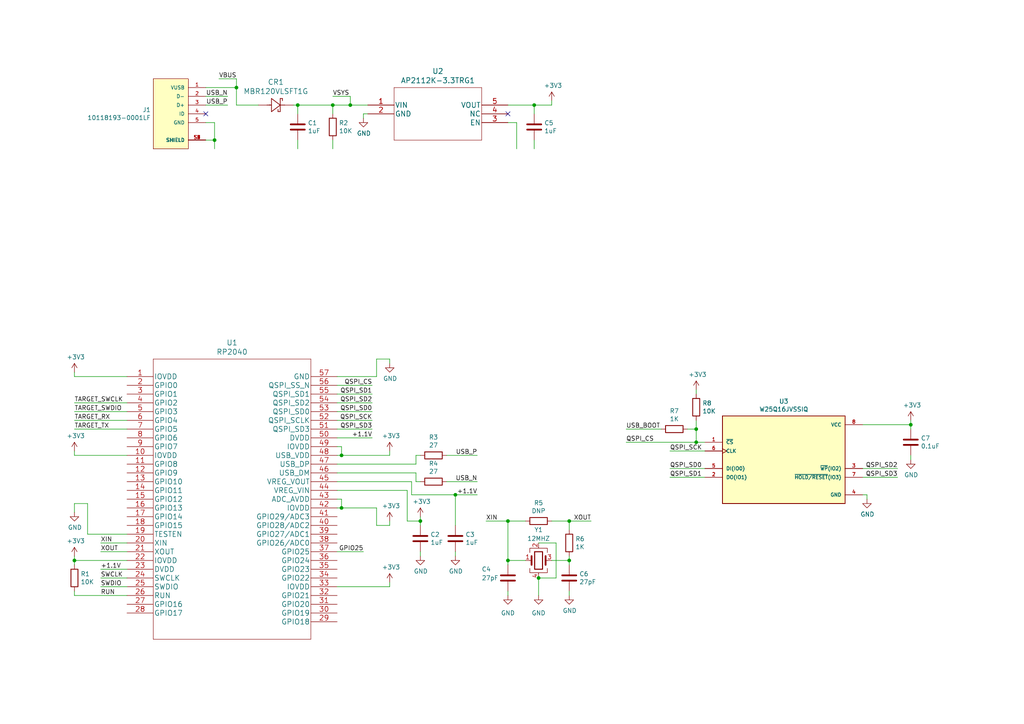
<source format=kicad_sch>
(kicad_sch (version 20230121) (generator eeschema)
  (paper "A4")
  (lib_symbols
    (symbol "Device:C" (pin_numbers hide) (pin_names (offset 0.254))
      (property "Reference" "C" (at 0.635 2.54 0))
      (property "Value" "C" (at 0.635 -2.54 0))
      (symbol "C_0_1"
        (polyline (pts (xy -2.032 -0.762) (xy 2.032 -0.762)) (stroke (width 0.508)))
        (polyline (pts (xy -2.032 0.762) (xy 2.032 0.762)) (stroke (width 0.508)))
      )
      (symbol "C_1_1"
        (pin passive line (at 0 3.81 270) (length 2.794) (name "~") (number "1"))
        (pin passive line (at 0 -3.81 90) (length 2.794) (name "~") (number "2"))
      )
    )
    (symbol "Device:Crystal_GND24" (pin_names (offset 1.016) hide)
      (property "Reference" "Y" (at 3.175 5.08 0))
      (property "Value" "Crystal_GND24" (at 3.175 3.175 0))
      (symbol "Crystal_GND24_0_1"
        (rectangle (start -1.143 2.54) (end 1.143 -2.54) (stroke (width 0.3048)))
        (polyline (pts (xy -2.54 0) (xy -2.032 0)))
        (polyline (pts (xy -2.032 -1.27) (xy -2.032 1.27)) (stroke (width 0.508)))
        (polyline (pts (xy 0 -3.81) (xy 0 -3.556)))
        (polyline (pts (xy 0 3.556) (xy 0 3.81)))
        (polyline (pts (xy 2.032 -1.27) (xy 2.032 1.27)) (stroke (width 0.508)))
        (polyline (pts (xy 2.032 0) (xy 2.54 0)))
        (polyline (pts (xy -2.54 -2.286) (xy -2.54 -3.556) (xy 2.54 -3.556) (xy 2.54 -2.286)))
        (polyline (pts (xy -2.54 2.286) (xy -2.54 3.556) (xy 2.54 3.556) (xy 2.54 2.286)))
      )
      (symbol "Crystal_GND24_1_1"
        (pin passive line (at -3.81 0 0) (length 1.27) (name "1") (number "1"))
        (pin passive line (at 0 5.08 270) (length 1.27) (name "2") (number "2"))
        (pin passive line (at 3.81 0 180) (length 1.27) (name "3") (number "3"))
        (pin passive line (at 0 -5.08 90) (length 1.27) (name "4") (number "4"))
      )
    )
    (symbol "Device:R" (pin_numbers hide) (pin_names (offset 0))
      (property "Reference" "R" (at 2.032 0 90))
      (property "Value" "R" (at 0 0 90))
      (symbol "R_0_1"
        (rectangle (start -1.016 -2.54) (end 1.016 2.54) (stroke (width 0.254)))
      )
      (symbol "R_1_1"
        (pin passive line (at 0 3.81 270) (length 1.27) (name "~") (number "1"))
        (pin passive line (at 0 -3.81 90) (length 1.27) (name "~") (number "2"))
      )
    )
    (symbol "power:GND" (power) (pin_names (offset 0))
      (property "Value" "GND" (at 0 -3.81 0))
      (symbol "GND_0_1"
        (polyline (pts (xy 0 0) (xy 0 -1.27) (xy 1.27 -1.27) (xy 0 -2.54) (xy -1.27 -1.27) (xy 0 -1.27)))
      )
      (symbol "GND_1_1"
        (pin power_in line (at 0 0 270) (length 0) hide (name "GND") (number "1"))
      )
    )
    (symbol "rpi-pico-debugger-shoe-rescue:+3.3V-power" (power) (pin_names (offset 0))
      (property "Value" "+3.3V-power" (at 0 3.556 0))
      (symbol "+3.3V-power_0_1"
        (polyline (pts (xy -0.762 1.27) (xy 0 2.54)))
        (polyline (pts (xy 0 0) (xy 0 2.54)))
        (polyline (pts (xy 0 2.54) (xy 0.762 1.27)))
      )
      (symbol "+3.3V-power_1_1"
        (pin power_in line (at 0 0 90) (length 0) hide (name "+3V3") (number "1"))
      )
    )
    (symbol "rpi-pico-debugger-shoe-rescue:10118193-0001LF-10118193-0001LF" (pin_names (offset 1.016))
      (property "Reference" "J" (at -5.08 10.922 0))
      (property "Value" "10118193-0001LF_10118193-0001LF" (at -5.08 -12.7 0))
      (symbol "10118193-0001LF-10118193-0001LF_0_0"
        (rectangle (start -5.08 -10.16) (end 5.08 10.16) (stroke (width 0.1524)) (fill (type background)))
        (pin passive line (at -10.16 7.62 0) (length 5.08) (name "VUSB") (number "1"))
        (pin passive line (at -10.16 5.08 0) (length 5.08) (name "D-") (number "2"))
        (pin passive line (at -10.16 2.54 0) (length 5.08) (name "D+") (number "3"))
        (pin passive line (at -10.16 0 0) (length 5.08) (name "ID") (number "4"))
        (pin passive line (at -10.16 -2.54 0) (length 5.08) (name "GND") (number "5"))
        (pin passive line (at -10.16 -7.62 0) (length 5.08) (name "SHIELD") (number "S1"))
        (pin passive line (at -10.16 -7.62 0) (length 5.08) (name "SHIELD") (number "S2"))
        (pin passive line (at -10.16 -7.62 0) (length 5.08) (name "SHIELD") (number "S3"))
        (pin passive line (at -10.16 -7.62 0) (length 5.08) (name "SHIELD") (number "S4"))
        (pin passive line (at -10.16 -7.62 0) (length 5.08) (name "SHIELD") (number "S5"))
        (pin passive line (at -10.16 -7.62 0) (length 5.08) (name "SHIELD") (number "S6"))
      )
    )
    (symbol "rpi-pico-debugger-shoe-rescue:AP2112K-3.3TRG1-2021-05-12_00-19-53" (pin_names (offset 0.254))
      (property "Reference" "U" (at 20.32 10.16 0))
      (property "Value" "2021-05-12_00-19-53_AP2112K-3.3TRG1" (at 20.32 7.62 0))
      (symbol "AP2112K-3.3TRG1-2021-05-12_00-19-53_1_1"
        (polyline (pts (xy 7.62 -10.16) (xy 33.02 -10.16)) (stroke (width 0.127)))
        (polyline (pts (xy 7.62 5.08) (xy 7.62 -10.16)) (stroke (width 0.127)))
        (polyline (pts (xy 33.02 -10.16) (xy 33.02 5.08)) (stroke (width 0.127)))
        (polyline (pts (xy 33.02 5.08) (xy 7.62 5.08)) (stroke (width 0.127)))
        (pin unspecified line (at 0 0 0) (length 7.62) (name "VIN") (number "1"))
        (pin unspecified line (at 0 -2.54 0) (length 7.62) (name "GND") (number "2"))
        (pin unspecified line (at 40.64 -5.08 180) (length 7.62) (name "EN") (number "3"))
        (pin unspecified line (at 40.64 -2.54 180) (length 7.62) (name "NC") (number "4"))
        (pin unspecified line (at 40.64 0 180) (length 7.62) (name "VOUT") (number "5"))
      )
    )
    (symbol "rpi-pico-debugger-shoe-rescue:MBR120VLSFT1G-2021-05-12_00-49-18" (pin_numbers hide) (pin_names hide)
      (property "Reference" "CR" (at 5.08 4.445 0))
      (property "Value" "2021-05-12_00-49-18_MBR120VLSFT1G" (at 5.08 -7.62 0))
      (symbol "MBR120VLSFT1G-2021-05-12_00-49-18_1_1"
        (polyline (pts (xy 2.54 0) (xy 3.4798 0)) (stroke (width 0.2032)))
        (polyline (pts (xy 3.175 0) (xy 3.81 0)) (stroke (width 0.2032)))
        (polyline (pts (xy 3.81 -1.905) (xy 6.35 0)) (stroke (width 0.2032)))
        (polyline (pts (xy 3.81 1.905) (xy 3.81 -1.905)) (stroke (width 0.2032)))
        (polyline (pts (xy 5.715 -1.905) (xy 5.715 -1.27)) (stroke (width 0.2032)))
        (polyline (pts (xy 6.35 -1.905) (xy 5.715 -1.905)) (stroke (width 0.2032)))
        (polyline (pts (xy 6.35 -1.905) (xy 6.35 1.905)) (stroke (width 0.2032)))
        (polyline (pts (xy 6.35 0) (xy 3.81 1.905)) (stroke (width 0.2032)))
        (polyline (pts (xy 6.35 0) (xy 7.62 0)) (stroke (width 0.2032)))
        (polyline (pts (xy 6.35 1.905) (xy 6.985 1.905)) (stroke (width 0.2032)))
        (polyline (pts (xy 6.985 1.905) (xy 6.985 1.27)) (stroke (width 0.2032)))
        (pin unspecified line (at 10.16 0 180) (length 2.54) (name "~") (number "1"))
        (pin unspecified line (at 0 0 0) (length 2.54) (name "~") (number "2"))
      )
    )
    (symbol "rpi-pico-debugger-shoe-rescue:RP2040-2021-05-11_23-45-12" (pin_names (offset 0.254))
      (property "Reference" "U" (at 30.48 10.16 0))
      (property "Value" "2021-05-11_23-45-12_RP2040" (at 30.48 7.62 0))
      (symbol "RP2040-2021-05-11_23-45-12_1_1"
        (polyline (pts (xy 7.62 -76.2) (xy 53.34 -76.2)) (stroke (width 0.127)))
        (polyline (pts (xy 7.62 5.08) (xy 7.62 -76.2)) (stroke (width 0.127)))
        (polyline (pts (xy 53.34 -76.2) (xy 53.34 5.08)) (stroke (width 0.127)))
        (polyline (pts (xy 53.34 5.08) (xy 7.62 5.08)) (stroke (width 0.127)))
        (pin power_in line (at 0 0 0) (length 7.62) (name "IOVDD") (number "1"))
        (pin power_in line (at 0 -22.86 0) (length 7.62) (name "IOVDD") (number "10"))
        (pin bidirectional line (at 0 -25.4 0) (length 7.62) (name "GPIO8") (number "11"))
        (pin bidirectional line (at 0 -27.94 0) (length 7.62) (name "GPIO9") (number "12"))
        (pin bidirectional line (at 0 -30.48 0) (length 7.62) (name "GPIO10") (number "13"))
        (pin bidirectional line (at 0 -33.02 0) (length 7.62) (name "GPIO11") (number "14"))
        (pin bidirectional line (at 0 -35.56 0) (length 7.62) (name "GPIO12") (number "15"))
        (pin bidirectional line (at 0 -38.1 0) (length 7.62) (name "GPIO13") (number "16"))
        (pin bidirectional line (at 0 -40.64 0) (length 7.62) (name "GPIO14") (number "17"))
        (pin bidirectional line (at 0 -43.18 0) (length 7.62) (name "GPIO15") (number "18"))
        (pin unspecified line (at 0 -45.72 0) (length 7.62) (name "TESTEN") (number "19"))
        (pin bidirectional line (at 0 -2.54 0) (length 7.62) (name "GPIO0") (number "2"))
        (pin unspecified line (at 0 -48.26 0) (length 7.62) (name "XIN") (number "20"))
        (pin output line (at 0 -50.8 0) (length 7.62) (name "XOUT") (number "21"))
        (pin power_in line (at 0 -53.34 0) (length 7.62) (name "IOVDD") (number "22"))
        (pin power_in line (at 0 -55.88 0) (length 7.62) (name "DVDD") (number "23"))
        (pin unspecified line (at 0 -58.42 0) (length 7.62) (name "SWCLK") (number "24"))
        (pin unspecified line (at 0 -60.96 0) (length 7.62) (name "SWDIO") (number "25"))
        (pin unspecified line (at 0 -63.5 0) (length 7.62) (name "RUN") (number "26"))
        (pin bidirectional line (at 0 -66.04 0) (length 7.62) (name "GPIO16") (number "27"))
        (pin bidirectional line (at 0 -68.58 0) (length 7.62) (name "GPIO17") (number "28"))
        (pin bidirectional line (at 60.96 -71.12 180) (length 7.62) (name "GPIO18") (number "29"))
        (pin bidirectional line (at 0 -5.08 0) (length 7.62) (name "GPIO1") (number "3"))
        (pin bidirectional line (at 60.96 -68.58 180) (length 7.62) (name "GPIO19") (number "30"))
        (pin bidirectional line (at 60.96 -66.04 180) (length 7.62) (name "GPIO20") (number "31"))
        (pin bidirectional line (at 60.96 -63.5 180) (length 7.62) (name "GPIO21") (number "32"))
        (pin power_in line (at 60.96 -60.96 180) (length 7.62) (name "IOVDD") (number "33"))
        (pin bidirectional line (at 60.96 -58.42 180) (length 7.62) (name "GPIO22") (number "34"))
        (pin bidirectional line (at 60.96 -55.88 180) (length 7.62) (name "GPIO23") (number "35"))
        (pin bidirectional line (at 60.96 -53.34 180) (length 7.62) (name "GPIO24") (number "36"))
        (pin bidirectional line (at 60.96 -50.8 180) (length 7.62) (name "GPIO25") (number "37"))
        (pin bidirectional line (at 60.96 -48.26 180) (length 7.62) (name "GPIO26/ADC0") (number "38"))
        (pin bidirectional line (at 60.96 -45.72 180) (length 7.62) (name "GPIO27/ADC1") (number "39"))
        (pin bidirectional line (at 0 -7.62 0) (length 7.62) (name "GPIO2") (number "4"))
        (pin bidirectional line (at 60.96 -43.18 180) (length 7.62) (name "GPIO28/ADC2") (number "40"))
        (pin bidirectional line (at 60.96 -40.64 180) (length 7.62) (name "GPIO29/ADC3") (number "41"))
        (pin power_in line (at 60.96 -38.1 180) (length 7.62) (name "IOVDD") (number "42"))
        (pin power_in line (at 60.96 -35.56 180) (length 7.62) (name "ADC_AVDD") (number "43"))
        (pin unspecified line (at 60.96 -33.02 180) (length 7.62) (name "VREG_VIN") (number "44"))
        (pin output line (at 60.96 -30.48 180) (length 7.62) (name "VREG_VOUT") (number "45"))
        (pin unspecified line (at 60.96 -27.94 180) (length 7.62) (name "USB_DM") (number "46"))
        (pin unspecified line (at 60.96 -25.4 180) (length 7.62) (name "USB_DP") (number "47"))
        (pin power_in line (at 60.96 -22.86 180) (length 7.62) (name "USB_VDD") (number "48"))
        (pin power_in line (at 60.96 -20.32 180) (length 7.62) (name "IOVDD") (number "49"))
        (pin bidirectional line (at 0 -10.16 0) (length 7.62) (name "GPIO3") (number "5"))
        (pin power_in line (at 60.96 -17.78 180) (length 7.62) (name "DVDD") (number "50"))
        (pin bidirectional line (at 60.96 -15.24 180) (length 7.62) (name "QSPI_SD3") (number "51"))
        (pin unspecified line (at 60.96 -12.7 180) (length 7.62) (name "QSPI_SCLK") (number "52"))
        (pin bidirectional line (at 60.96 -10.16 180) (length 7.62) (name "QSPI_SD0") (number "53"))
        (pin bidirectional line (at 60.96 -7.62 180) (length 7.62) (name "QSPI_SD2") (number "54"))
        (pin bidirectional line (at 60.96 -5.08 180) (length 7.62) (name "QSPI_SD1") (number "55"))
        (pin unspecified line (at 60.96 -2.54 180) (length 7.62) (name "QSPI_SS_N") (number "56"))
        (pin power_in line (at 60.96 0 180) (length 7.62) (name "GND") (number "57"))
        (pin bidirectional line (at 0 -12.7 0) (length 7.62) (name "GPIO4") (number "6"))
        (pin bidirectional line (at 0 -15.24 0) (length 7.62) (name "GPIO5") (number "7"))
        (pin bidirectional line (at 0 -17.78 0) (length 7.62) (name "GPIO6") (number "8"))
        (pin bidirectional line (at 0 -20.32 0) (length 7.62) (name "GPIO7") (number "9"))
      )
    )
    (symbol "rpi-pico-debugger-shoe-rescue:W25Q16JVSSIQ-W25Q16JVSSIQ" (pin_names (offset 1.016))
      (property "Reference" "U" (at -17.78 13.335 0))
      (property "Value" "W25Q16JVSSIQ_W25Q16JVSSIQ" (at -17.78 -15.24 0))
      (symbol "W25Q16JVSSIQ-W25Q16JVSSIQ_0_0"
        (rectangle (start -17.78 -12.7) (end 17.78 12.7) (stroke (width 0.254)) (fill (type background)))
        (pin input line (at -22.86 5.08 0) (length 5.08) (name "~{CS}") (number "1"))
        (pin bidirectional line (at -22.86 -5.08 0) (length 5.08) (name "DO(IO1)") (number "2"))
        (pin bidirectional line (at 22.86 -2.54 180) (length 5.08) (name "~{WP}(IO2)") (number "3"))
        (pin power_in line (at 22.86 -10.16 180) (length 5.08) (name "GND") (number "4"))
        (pin bidirectional line (at -22.86 -2.54 0) (length 5.08) (name "DI(IO0)") (number "5"))
        (pin input clock (at -22.86 2.54 0) (length 5.08) (name "CLK") (number "6"))
        (pin bidirectional line (at 22.86 -5.08 180) (length 5.08) (name "~{HOLD/RESET}(IO3)") (number "7"))
        (pin power_in line (at 22.86 10.16 180) (length 5.08) (name "VCC") (number "8"))
      )
    )
  )
  (junction (at 99.06 132.08))
  (junction (at 154.94 30.48))
  (junction (at 132.08 143.51))
  (junction (at 86.36 30.48))
  (junction (at 21.59 162.56))
  (junction (at 62.23 40.64))
  (junction (at 165.1 151.13))
  (junction (at 99.06 147.32))
  (junction (at 121.92 151.13))
  (junction (at 165.1 162.56))
  (junction (at 201.93 128.27))
  (junction (at 68.58 25.4))
  (junction (at 201.93 124.46))
  (junction (at 147.32 151.13))
  (junction (at 101.6 30.48))
  (junction (at 96.52 30.48))
  (junction (at 156.21 167.64))
  (junction (at 264.16 123.19))
  (junction (at 147.32 162.56))
  (no_connect (at 59.69 33.02))
  (no_connect (at 147.32 33.02))
  (wire (pts (xy 97.79 119.38) (xy 107.95 119.38)))
  (wire (pts (xy 251.46 143.51) (xy 251.46 144.78)))
  (wire (pts (xy 147.32 162.56) (xy 147.32 151.13)))
  (wire (pts (xy 149.86 43.18) (xy 149.86 35.56)))
  (wire (pts (xy 99.06 147.32) (xy 109.22 147.32)))
  (wire (pts (xy 154.94 30.48) (xy 160.02 30.48)))
  (wire (pts (xy 264.16 132.08) (xy 264.16 133.35)))
  (wire (pts (xy 36.83 121.92) (xy 21.59 121.92)))
  (wire (pts (xy 154.94 40.64) (xy 154.94 43.18)))
  (wire (pts (xy 129.54 139.7) (xy 138.43 139.7)))
  (wire (pts (xy 204.47 135.89) (xy 194.31 135.89)))
  (wire (pts (xy 154.94 30.48) (xy 154.94 33.02)))
  (wire (pts (xy 113.03 170.18) (xy 113.03 168.91)))
  (wire (pts (xy 97.79 139.7) (xy 119.38 139.7)))
  (wire (pts (xy 120.65 132.08) (xy 121.92 132.08)))
  (wire (pts (xy 97.79 109.22) (xy 109.22 109.22)))
  (wire (pts (xy 97.79 134.62) (xy 120.65 134.62)))
  (wire (pts (xy 97.79 142.24) (xy 118.11 142.24)))
  (wire (pts (xy 160.02 151.13) (xy 165.1 151.13)))
  (wire (pts (xy 36.83 154.94) (xy 25.4 154.94)))
  (wire (pts (xy 97.79 129.54) (xy 99.06 129.54)))
  (wire (pts (xy 113.03 132.08) (xy 113.03 130.81)))
  (wire (pts (xy 99.06 129.54) (xy 99.06 132.08)))
  (wire (pts (xy 62.23 35.56) (xy 62.23 40.64)))
  (wire (pts (xy 165.1 151.13) (xy 165.1 153.67)))
  (wire (pts (xy 165.1 162.56) (xy 165.1 163.83)))
  (wire (pts (xy 21.59 132.08) (xy 36.83 132.08)))
  (wire (pts (xy 97.79 144.78) (xy 99.06 144.78)))
  (wire (pts (xy 21.59 146.05) (xy 21.59 148.59)))
  (wire (pts (xy 156.21 167.64) (xy 156.21 172.72)))
  (wire (pts (xy 113.03 104.14) (xy 113.03 105.41)))
  (wire (pts (xy 250.19 143.51) (xy 251.46 143.51)))
  (wire (pts (xy 204.47 128.27) (xy 201.93 128.27)))
  (wire (pts (xy 204.47 138.43) (xy 194.31 138.43)))
  (wire (pts (xy 85.09 30.48) (xy 86.36 30.48)))
  (wire (pts (xy 21.59 172.72) (xy 21.59 171.45)))
  (wire (pts (xy 118.11 151.13) (xy 121.92 151.13)))
  (wire (pts (xy 109.22 147.32) (xy 109.22 152.4)))
  (wire (pts (xy 21.59 162.56) (xy 36.83 162.56)))
  (wire (pts (xy 201.93 128.27) (xy 201.93 124.46)))
  (wire (pts (xy 147.32 151.13) (xy 140.97 151.13)))
  (wire (pts (xy 59.69 25.4) (xy 68.58 25.4)))
  (wire (pts (xy 68.58 25.4) (xy 68.58 22.86)))
  (wire (pts (xy 97.79 116.84) (xy 107.95 116.84)))
  (wire (pts (xy 68.58 25.4) (xy 68.58 30.48)))
  (wire (pts (xy 264.16 121.92) (xy 264.16 123.19)))
  (wire (pts (xy 59.69 40.64) (xy 62.23 40.64)))
  (wire (pts (xy 132.08 160.02) (xy 132.08 161.29)))
  (wire (pts (xy 250.19 138.43) (xy 260.35 138.43)))
  (wire (pts (xy 147.32 171.45) (xy 147.32 172.72)))
  (wire (pts (xy 105.41 33.02) (xy 106.68 33.02)))
  (wire (pts (xy 68.58 22.86) (xy 63.5 22.86)))
  (wire (pts (xy 68.58 30.48) (xy 74.93 30.48)))
  (wire (pts (xy 147.32 151.13) (xy 152.4 151.13)))
  (wire (pts (xy 36.83 157.48) (xy 29.21 157.48)))
  (wire (pts (xy 99.06 132.08) (xy 113.03 132.08)))
  (wire (pts (xy 119.38 139.7) (xy 119.38 143.51)))
  (wire (pts (xy 156.21 157.48) (xy 161.29 157.48)))
  (wire (pts (xy 36.83 165.1) (xy 29.21 165.1)))
  (wire (pts (xy 86.36 30.48) (xy 86.36 33.02)))
  (wire (pts (xy 97.79 127) (xy 107.95 127)))
  (wire (pts (xy 36.83 119.38) (xy 21.59 119.38)))
  (wire (pts (xy 97.79 121.92) (xy 107.95 121.92)))
  (wire (pts (xy 121.92 151.13) (xy 121.92 152.4)))
  (wire (pts (xy 59.69 30.48) (xy 66.04 30.48)))
  (wire (pts (xy 36.83 124.46) (xy 21.59 124.46)))
  (wire (pts (xy 25.4 154.94) (xy 25.4 146.05)))
  (wire (pts (xy 21.59 109.22) (xy 21.59 107.95)))
  (wire (pts (xy 21.59 161.29) (xy 21.59 162.56)))
  (wire (pts (xy 109.22 109.22) (xy 109.22 104.14)))
  (wire (pts (xy 264.16 123.19) (xy 264.16 124.46)))
  (wire (pts (xy 120.65 139.7) (xy 121.92 139.7)))
  (wire (pts (xy 181.61 128.27) (xy 201.93 128.27)))
  (wire (pts (xy 118.11 142.24) (xy 118.11 151.13)))
  (wire (pts (xy 59.69 27.94) (xy 66.04 27.94)))
  (wire (pts (xy 86.36 40.64) (xy 86.36 43.18)))
  (wire (pts (xy 105.41 34.29) (xy 105.41 33.02)))
  (wire (pts (xy 250.19 135.89) (xy 260.35 135.89)))
  (wire (pts (xy 165.1 161.29) (xy 165.1 162.56)))
  (wire (pts (xy 97.79 114.3) (xy 107.95 114.3)))
  (wire (pts (xy 129.54 132.08) (xy 138.43 132.08)))
  (wire (pts (xy 120.65 134.62) (xy 120.65 132.08)))
  (wire (pts (xy 36.83 160.02) (xy 29.21 160.02)))
  (wire (pts (xy 201.93 124.46) (xy 201.93 121.92)))
  (wire (pts (xy 99.06 144.78) (xy 99.06 147.32)))
  (wire (pts (xy 199.39 124.46) (xy 201.93 124.46)))
  (wire (pts (xy 97.79 147.32) (xy 99.06 147.32)))
  (wire (pts (xy 109.22 104.14) (xy 113.03 104.14)))
  (wire (pts (xy 21.59 172.72) (xy 36.83 172.72)))
  (wire (pts (xy 36.83 170.18) (xy 29.21 170.18)))
  (wire (pts (xy 161.29 167.64) (xy 156.21 167.64)))
  (wire (pts (xy 21.59 116.84) (xy 36.83 116.84)))
  (wire (pts (xy 121.92 151.13) (xy 121.92 149.86)))
  (wire (pts (xy 97.79 137.16) (xy 120.65 137.16)))
  (wire (pts (xy 121.92 160.02) (xy 121.92 161.29)))
  (wire (pts (xy 25.4 146.05) (xy 21.59 146.05)))
  (wire (pts (xy 36.83 167.64) (xy 29.21 167.64)))
  (wire (pts (xy 132.08 152.4) (xy 132.08 143.51)))
  (wire (pts (xy 201.93 113.03) (xy 201.93 114.3)))
  (wire (pts (xy 101.6 27.94) (xy 96.52 27.94)))
  (wire (pts (xy 97.79 170.18) (xy 113.03 170.18)))
  (wire (pts (xy 62.23 40.64) (xy 62.23 43.18)))
  (wire (pts (xy 132.08 143.51) (xy 138.43 143.51)))
  (wire (pts (xy 165.1 171.45) (xy 165.1 172.72)))
  (wire (pts (xy 194.31 130.81) (xy 204.47 130.81)))
  (wire (pts (xy 160.02 30.48) (xy 160.02 29.21)))
  (wire (pts (xy 120.65 137.16) (xy 120.65 139.7)))
  (wire (pts (xy 101.6 30.48) (xy 101.6 27.94)))
  (wire (pts (xy 97.79 160.02) (xy 105.41 160.02)))
  (wire (pts (xy 101.6 30.48) (xy 106.68 30.48)))
  (wire (pts (xy 21.59 132.08) (xy 21.59 130.81)))
  (wire (pts (xy 59.69 35.56) (xy 62.23 35.56)))
  (wire (pts (xy 160.02 162.56) (xy 165.1 162.56)))
  (wire (pts (xy 147.32 163.83) (xy 147.32 162.56)))
  (wire (pts (xy 96.52 30.48) (xy 101.6 30.48)))
  (wire (pts (xy 96.52 30.48) (xy 96.52 33.02)))
  (wire (pts (xy 147.32 162.56) (xy 152.4 162.56)))
  (wire (pts (xy 97.79 124.46) (xy 107.95 124.46)))
  (wire (pts (xy 97.79 111.76) (xy 107.95 111.76)))
  (wire (pts (xy 250.19 123.19) (xy 264.16 123.19)))
  (wire (pts (xy 113.03 152.4) (xy 113.03 151.13)))
  (wire (pts (xy 165.1 151.13) (xy 171.45 151.13)))
  (wire (pts (xy 149.86 35.56) (xy 147.32 35.56)))
  (wire (pts (xy 97.79 132.08) (xy 99.06 132.08)))
  (wire (pts (xy 21.59 109.22) (xy 36.83 109.22)))
  (wire (pts (xy 147.32 30.48) (xy 154.94 30.48)))
  (wire (pts (xy 161.29 157.48) (xy 161.29 167.64)))
  (wire (pts (xy 86.36 30.48) (xy 96.52 30.48)))
  (wire (pts (xy 96.52 40.64) (xy 96.52 43.18)))
  (wire (pts (xy 191.77 124.46) (xy 181.61 124.46)))
  (wire (pts (xy 119.38 143.51) (xy 132.08 143.51)))
  (wire (pts (xy 21.59 163.83) (xy 21.59 162.56)))
  (wire (pts (xy 109.22 152.4) (xy 113.03 152.4)))
  (label "SWDIO" (at 29.21 170.18 0))
  (label "+1.1V" (at 29.21 165.1 0))
  (label "SWCLK" (at 29.21 167.64 0))
  (label "QSPI_SD0" (at 107.95 119.38 180))
  (label "GPIO25" (at 105.41 160.02 180))
  (label "QSPI_SCK" (at 194.31 130.81 0))
  (label "QSPI_SD3" (at 107.95 124.46 180))
  (label "USB_N" (at 66.04 27.94 180))
  (label "TARGET_SWDIO" (at 21.59 119.38 0))
  (label "+1.1V" (at 138.43 143.51 180))
  (label "TARGET_SWCLK" (at 21.59 116.84 0))
  (label "TARGET_TX" (at 21.59 124.46 0))
  (label "XOUT" (at 29.21 160.02 0))
  (label "QSPI_SD2" (at 260.35 135.89 180))
  (label "USB_BOOT" (at 181.61 124.46 0))
  (label "QSPI_SD3" (at 260.35 138.43 180))
  (label "QSPI_SD0" (at 194.31 135.89 0))
  (label "USB_P" (at 66.04 30.48 180))
  (label "XIN" (at 29.21 157.48 0))
  (label "+1.1V" (at 107.95 127 180))
  (label "XIN" (at 140.97 151.13 0))
  (label "USB_N" (at 138.43 139.7 180))
  (label "QSPI_SD1" (at 107.95 114.3 180))
  (label "QSPI_SD1" (at 194.31 138.43 0))
  (label "QSPI_CS" (at 181.61 128.27 0))
  (label "RUN" (at 29.21 172.72 0))
  (label "TARGET_RX" (at 21.59 121.92 0))
  (label "QSPI_SCK" (at 107.95 121.92 180))
  (label "USB_P" (at 138.43 132.08 180))
  (label "QSPI_CS" (at 107.95 111.76 180))
  (label "VBUS" (at 63.5 22.86 0))
  (label "XOUT" (at 171.45 151.13 180))
  (label "VSYS" (at 96.52 27.94 0))
  (label "QSPI_SD2" (at 107.95 116.84 180))
  (symbol (lib_id "Device:R") (at 156.21 151.13 270) (unit 1)
    (property "Reference" "R5" (at 156.21 145.8722 90))
    (property "Value" "DNP" (at 156.21 148.1836 90))
    (property "Footprint" "Resistor_SMD:R_0603_1608Metric_Pad0.98x0.95mm_HandSolder" (effects hide))
  )
  (symbol (lib_id "rpi-pico-debugger-shoe-rescue:+3.3V-power") (at 113.03 151.13 0) (unit 1)
    (property "Reference" "#PWR08" (effects hide))
    (property "Value" "+3.3V" (at 113.411 146.7358 0))
  )
  (symbol (lib_id "Device:C") (at 264.16 128.27 0) (unit 1)
    (property "Reference" "C7" (at 267.081 127.1016 0) (effects (justify left)))
    (property "Value" "0.1uF" (at 267.081 129.413 0) (effects (justify left)))
    (property "Footprint" "Capacitor_SMD:C_0603_1608Metric_Pad1.08x0.95mm_HandSolder" (effects hide))
    (property "Digi-Key_PN" "311-1344-1-ND" (effects hide))
  )
  (symbol (lib_id "power:GND") (at 132.08 161.29 0) (unit 1)
    (property "Reference" "#PWR012" (effects hide))
    (property "Value" "GND" (at 132.207 165.6842 0))
  )
  (symbol (lib_id "rpi-pico-debugger-shoe-rescue:+3.3V-power") (at 21.59 107.95 0) (unit 1)
    (property "Reference" "#PWR01" (effects hide))
    (property "Value" "+3.3V" (at 21.971 103.5558 0))
  )
  (symbol (lib_id "Device:R") (at 125.73 139.7 270) (unit 1)
    (property "Reference" "R4" (at 125.73 134.4422 90))
    (property "Value" "27" (at 125.73 136.7536 90))
    (property "Footprint" "Resistor_SMD:R_0603_1608Metric_Pad0.98x0.95mm_HandSolder" (effects hide))
    (property "Digi-Key_PN" "311-27.0HRCT-ND" (effects hide))
  )
  (symbol (lib_id "Device:Crystal_GND24") (at 156.21 162.56 0) (unit 1)
    (property "Reference" "Y1" (at 156.21 153.67 0))
    (property "Value" "12MHZ" (at 156.21 156.21 0))
    (property "Footprint" "LTP-305G:ABM3B" (effects hide))
  )
  (symbol (lib_id "rpi-pico-debugger-shoe-rescue:+3.3V-power") (at 201.93 113.03 0) (unit 1)
    (property "Reference" "#PWR017" (effects hide))
    (property "Value" "+3.3V" (at 202.311 108.6358 0))
  )
  (symbol (lib_id "power:GND") (at 156.21 172.72 0) (unit 1)
    (property "Reference" "#PWR014" (effects hide))
    (property "Value" "GND" (at 156.21 177.8 0))
  )
  (symbol (lib_id "Device:R") (at 96.52 36.83 0) (unit 1)
    (property "Reference" "R2" (at 98.298 35.6616 0) (effects (justify left)))
    (property "Value" "10K" (at 98.298 37.973 0) (effects (justify left)))
    (property "Footprint" "Resistor_SMD:R_0603_1608Metric_Pad0.98x0.95mm_HandSolder" (effects hide))
    (property "Digi-Key_PN" "311-10KGRCT-ND" (effects hide))
  )
  (symbol (lib_id "rpi-pico-debugger-shoe-rescue:+3.3V-power") (at 160.02 29.21 0) (unit 1)
    (property "Reference" "#PWR015" (effects hide))
    (property "Value" "+3.3V" (at 160.401 24.8158 0))
  )
  (symbol (lib_id "Device:R") (at 165.1 157.48 0) (unit 1)
    (property "Reference" "R6" (at 166.878 156.3116 0) (effects (justify left)))
    (property "Value" "1K" (at 166.878 158.623 0) (effects (justify left)))
    (property "Footprint" "Resistor_SMD:R_0603_1608Metric_Pad0.98x0.95mm_HandSolder" (effects hide))
    (property "Digi-Key_PN" "311-1.00KHRCT-ND" (effects hide))
  )
  (symbol (lib_id "rpi-pico-debugger-shoe-rescue:MBR120VLSFT1G-2021-05-12_00-49-18") (at 74.93 30.48 0) (unit 1)
    (property "Reference" "CR1" (at 80.01 23.7998 0) (effects (font (size 1.524 1.524))))
    (property "Value" "MBR120VLSFT1G" (at 80.01 26.4922 0) (effects (font (size 1.524 1.524))))
    (property "Footprint" "mbr120vlsft1g:MBR120VLSFT1G" (effects hide))
    (property "Digi-Key_PN" "MBR120VLSFT1GOSCT-ND" (effects hide))
  )
  (symbol (lib_id "power:GND") (at 264.16 133.35 0) (unit 1)
    (property "Reference" "#PWR020" (effects hide))
    (property "Value" "GND" (at 264.287 137.7442 0))
  )
  (symbol (lib_id "rpi-pico-debugger-shoe-rescue:+3.3V-power") (at 121.92 149.86 0) (unit 1)
    (property "Reference" "#PWR010" (effects hide))
    (property "Value" "+3.3V" (at 122.301 145.4658 0))
  )
  (symbol (lib_id "Device:C") (at 121.92 156.21 0) (unit 1)
    (property "Reference" "C2" (at 124.841 155.0416 0) (effects (justify left)))
    (property "Value" "1uF" (at 124.841 157.353 0) (effects (justify left)))
    (property "Footprint" "Capacitor_SMD:C_0603_1608Metric_Pad1.08x0.95mm_HandSolder" (effects hide))
    (property "Digi-Key_PN" "1276-6524-1-ND" (effects hide))
  )
  (symbol (lib_id "Device:C") (at 86.36 36.83 0) (unit 1)
    (property "Reference" "C1" (at 89.281 35.6616 0) (effects (justify left)))
    (property "Value" "1uF" (at 89.281 37.973 0) (effects (justify left)))
    (property "Footprint" "Capacitor_SMD:C_0603_1608Metric_Pad1.08x0.95mm_HandSolder" (effects hide))
    (property "Digi-Key_PN" "1276-6524-1-ND" (effects hide))
  )
  (symbol (lib_id "power:GND") (at 121.92 161.29 0) (unit 1)
    (property "Reference" "#PWR011" (effects hide))
    (property "Value" "GND" (at 122.047 165.6842 0))
  )
  (symbol (lib_id "Device:C") (at 165.1 167.64 0) (unit 1)
    (property "Reference" "C6" (at 168.021 166.4716 0) (effects (justify left)))
    (property "Value" "27pF" (at 168.021 168.783 0) (effects (justify left)))
    (property "Footprint" "Capacitor_SMD:C_0603_1608Metric_Pad1.08x0.95mm_HandSolder" (effects hide))
    (property "Digi-Key_PN" "311-1063-1-ND" (effects hide))
  )
  (symbol (lib_id "rpi-pico-debugger-shoe-rescue:+3.3V-power") (at 21.59 161.29 0) (unit 1)
    (property "Reference" "#PWR04" (effects hide))
    (property "Value" "+3.3V" (at 21.971 156.8958 0))
  )
  (symbol (lib_id "power:GND") (at 21.59 148.59 0) (unit 1)
    (property "Reference" "#PWR03" (effects hide))
    (property "Value" "GND" (at 21.717 152.9842 0))
  )
  (symbol (lib_id "Device:C") (at 132.08 156.21 0) (unit 1)
    (property "Reference" "C3" (at 135.001 155.0416 0) (effects (justify left)))
    (property "Value" "1uF" (at 135.001 157.353 0) (effects (justify left)))
    (property "Footprint" "Capacitor_SMD:C_0603_1608Metric_Pad1.08x0.95mm_HandSolder" (effects hide))
    (property "Digi-Key_PN" "1276-6524-1-ND" (effects hide))
  )
  (symbol (lib_id "power:GND") (at 113.03 105.41 0) (unit 1)
    (property "Reference" "#PWR06" (effects hide))
    (property "Value" "GND" (at 113.157 109.8042 0))
  )
  (symbol (lib_id "Device:R") (at 125.73 132.08 270) (unit 1)
    (property "Reference" "R3" (at 125.73 126.8222 90))
    (property "Value" "27" (at 125.73 129.1336 90))
    (property "Footprint" "Resistor_SMD:R_0603_1608Metric_Pad0.98x0.95mm_HandSolder" (effects hide))
    (property "Digi-Key_PN" "311-27.0HRCT-ND" (effects hide))
  )
  (symbol (lib_id "rpi-pico-debugger-shoe-rescue:10118193-0001LF-10118193-0001LF") (at 49.53 33.02 0) (mirror y) (unit 1)
    (property "Reference" "J1" (at 43.7388 31.8516 0) (effects (justify left)))
    (property "Value" "10118193-0001LF" (at 43.7388 34.163 0) (effects (justify left)))
    (property "Footprint" "LTP-305G:101181930001LF" (effects hide))
    (property "DESCRIPTION" "Single Port 5 Contact Shielded SMT MICRO USB B-Type Receptacle" (effects hide))
    (property "MP" "10118193-0001LF" (effects hide))
    (property "PACKAGE" "None" (effects hide))
    (property "AVAILABILITY" "Unavailable" (effects hide))
    (property "PRICE" "None" (effects hide))
    (property "MF" "Amphenol FCI" (effects hide))
    (property "Digi-Key_PN" "609-4616-1-ND" (effects hide))
  )
  (symbol (lib_id "power:GND") (at 105.41 34.29 0) (unit 1)
    (property "Reference" "#PWR05" (effects hide))
    (property "Value" "GND" (at 105.537 38.6842 0))
  )
  (symbol (lib_id "Device:R") (at 195.58 124.46 270) (unit 1)
    (property "Reference" "R7" (at 195.58 119.2022 90))
    (property "Value" "1K" (at 195.58 121.5136 90))
    (property "Footprint" "Resistor_SMD:R_0603_1608Metric_Pad0.98x0.95mm_HandSolder" (effects hide))
    (property "Digi-Key_PN" "311-1.00KHRCT-ND" (effects hide))
  )
  (symbol (lib_id "power:GND") (at 165.1 172.72 0) (unit 1)
    (property "Reference" "#PWR016" (effects hide))
    (property "Value" "GND" (at 165.227 177.1142 0))
  )
  (symbol (lib_id "rpi-pico-debugger-shoe-rescue:+3.3V-power") (at 113.03 130.81 0) (unit 1)
    (property "Reference" "#PWR07" (effects hide))
    (property "Value" "+3.3V" (at 113.411 126.4158 0))
  )
  (symbol (lib_id "Device:R") (at 201.93 118.11 0) (unit 1)
    (property "Reference" "R8" (at 203.708 116.9416 0) (effects (justify left)))
    (property "Value" "10K" (at 203.708 119.253 0) (effects (justify left)))
    (property "Footprint" "Resistor_SMD:R_0603_1608Metric_Pad0.98x0.95mm_HandSolder" (effects hide))
    (property "Digi-Key_PN" "311-10KGRCT-ND" (effects hide))
  )
  (symbol (lib_id "rpi-pico-debugger-shoe-rescue:+3.3V-power") (at 21.59 130.81 0) (unit 1)
    (property "Reference" "#PWR02" (effects hide))
    (property "Value" "+3.3V" (at 21.971 126.4158 0))
  )
  (symbol (lib_id "Device:C") (at 154.94 36.83 0) (unit 1)
    (property "Reference" "C5" (at 157.861 35.6616 0) (effects (justify left)))
    (property "Value" "1uF" (at 157.861 37.973 0) (effects (justify left)))
    (property "Footprint" "Capacitor_SMD:C_0603_1608Metric_Pad1.08x0.95mm_HandSolder" (effects hide))
    (property "Digi-Key_PN" "1276-6524-1-ND" (effects hide))
  )
  (symbol (lib_id "rpi-pico-debugger-shoe-rescue:+3.3V-power") (at 264.16 121.92 0) (unit 1)
    (property "Reference" "#PWR019" (effects hide))
    (property "Value" "+3.3V" (at 264.541 117.5258 0))
  )
  (symbol (lib_id "power:GND") (at 147.32 172.72 0) (unit 1)
    (property "Reference" "#PWR013" (effects hide))
    (property "Value" "GND" (at 147.32 177.8 0))
  )
  (symbol (lib_id "rpi-pico-debugger-shoe-rescue:+3.3V-power") (at 113.03 168.91 0) (unit 1)
    (property "Reference" "#PWR09" (effects hide))
    (property "Value" "+3.3V" (at 113.411 164.5158 0))
  )
  (symbol (lib_id "Device:C") (at 147.32 167.64 0) (unit 1)
    (property "Reference" "C4" (at 139.7 165.1 0) (effects (justify left)))
    (property "Value" "27pF" (at 139.7 167.64 0) (effects (justify left)))
    (property "Footprint" "Capacitor_SMD:C_0603_1608Metric_Pad1.08x0.95mm_HandSolder" (effects hide))
    (property "Digi-Key_PN" "311-1063-1-ND" (effects hide))
  )
  (symbol (lib_id "rpi-pico-debugger-shoe-rescue:AP2112K-3.3TRG1-2021-05-12_00-19-53") (at 106.68 30.48 0) (unit 1)
    (property "Reference" "U2" (at 127 20.6502 0) (effects (font (size 1.524 1.524))))
    (property "Value" "AP2112K-3.3TRG1" (at 127 23.3426 0) (effects (font (size 1.524 1.524))))
    (property "Footprint" "Package_TO_SOT_SMD:SOT-23-5" (effects hide))
    (property "Digi-Key_PN" "AP2112K-3.3TRG1DICT-ND" (effects hide))
  )
  (symbol (lib_id "rpi-pico-debugger-shoe-rescue:W25Q16JVSSIQ-W25Q16JVSSIQ") (at 227.33 133.35 0) (unit 1)
    (property "Reference" "U3" (at 227.33 116.4082 0))
    (property "Value" "W25Q16JVSSIQ" (at 227.33 118.7196 0))
    (property "Footprint" "LTP-305G:SOIC127P790X216-8N" (effects hide))
    (property "PRICE" "None" (effects hide))
    (property "AVAILABILITY" "Unavailable" (effects hide))
    (property "MF" "Winbond Electronics" (effects hide))
    (property "MP" "W25Q16JVSSIQ" (effects hide))
    (property "PACKAGE" "SOIC-8 Winbond" (effects hide))
    (property "DESCRIPTION" "3v 16m-Bit Serial Flash Memory With Dual" (effects hide))
    (property "Digi-Key_PN" "256-W25Q16JVSSIM-ND" (effects hide))
  )
  (symbol (lib_id "rpi-pico-debugger-shoe-rescue:RP2040-2021-05-11_23-45-12") (at 36.83 109.22 0) (unit 1)
    (property "Reference" "U1" (at 67.31 99.3902 0) (effects (font (size 1.524 1.524))))
    (property "Value" "RP2040" (at 67.31 102.0826 0) (effects (font (size 1.524 1.524))))
    (property "Footprint" "LTP-305G:QFN40P700X700X90-57N-D" (effects hide))
    (property "Digi-Key_PN" "TBD" (effects hide))
  )
  (symbol (lib_id "power:GND") (at 251.46 144.78 0) (unit 1)
    (property "Reference" "#PWR018" (effects hide))
    (property "Value" "GND" (at 251.587 149.1742 0))
  )
  (symbol (lib_id "Device:R") (at 21.59 167.64 0) (unit 1)
    (property "Reference" "R1" (at 23.368 166.4716 0) (effects (justify left)))
    (property "Value" "10K" (at 23.368 168.783 0) (effects (justify left)))
    (property "Footprint" "Resistor_SMD:R_0603_1608Metric_Pad0.98x0.95mm_HandSolder" (effects hide))
    (property "Digi-Key_PN" "311-10KGRCT-ND" (effects hide))
  )
)
</source>
